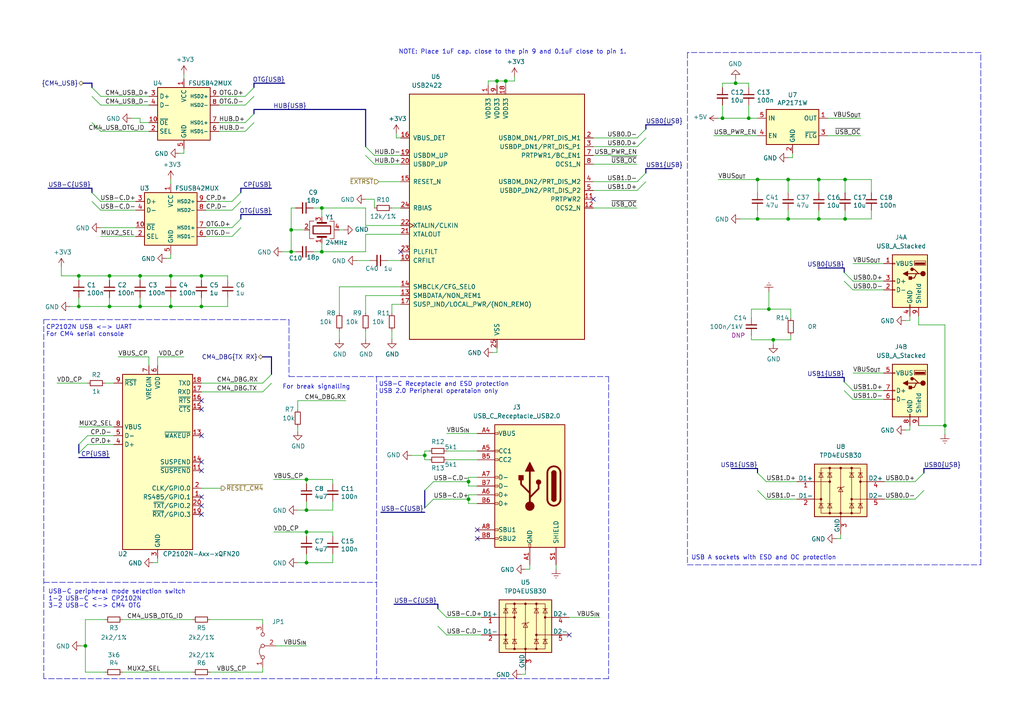
<source format=kicad_sch>
(kicad_sch (version 20210406) (generator eeschema)
  (paper "A4")
  (title_block (title "USB 2.0 host/USB 2.0 device") (date "2021-01-12") (rev "0.1") (company "Nabu Casa") (comment 1 "www.nabucasa.com") (comment 2 "Light Blue"))
  (bus_alias "I2C" (members "SDA" "SCL"))
  (bus_alias "USB" (members "D+" "D-"))
  (bus_alias "CM4_USB" (members "CM4_USB_D+" "CM4_USB_D-" "CM4_USB_OTG_ID"))
  (junction (at 22.86 80.01) (diameter 0.9144))
  (junction (at 22.86 88.9) (diameter 0.9144))
  (junction (at 24.765 187.325) (diameter 0.9144))
  (junction (at 31.75 80.01) (diameter 0.9144))
  (junction (at 31.75 88.9) (diameter 0.9144))
  (junction (at 40.64 80.01) (diameter 0.9144))
  (junction (at 40.64 88.9) (diameter 0.9144))
  (junction (at 49.53 80.01) (diameter 0.9144))
  (junction (at 49.53 88.9) (diameter 0.9144))
  (junction (at 58.42 80.01) (diameter 0.9144))
  (junction (at 58.42 88.9) (diameter 0.9144))
  (junction (at 84.455 66.675) (diameter 0.9144))
  (junction (at 84.455 73.025) (diameter 0.9144))
  (junction (at 88.9 139.065) (diameter 0.9144))
  (junction (at 88.9 147.955) (diameter 0.9144))
  (junction (at 88.9 154.305) (diameter 0.9144))
  (junction (at 88.9 163.195) (diameter 0.9144))
  (junction (at 93.345 60.325) (diameter 0.9144))
  (junction (at 93.345 73.025) (diameter 0.9144))
  (junction (at 123.19 132.08) (diameter 0.9144))
  (junction (at 135.89 139.7) (diameter 0.9144))
  (junction (at 135.89 144.78) (diameter 0.9144))
  (junction (at 144.145 23.495) (diameter 0.9144))
  (junction (at 146.685 23.495) (diameter 0.9144))
  (junction (at 209.55 34.29) (diameter 0.9144))
  (junction (at 213.36 24.13) (diameter 0.9144))
  (junction (at 217.17 34.29) (diameter 0.9144))
  (junction (at 219.71 52.07) (diameter 0.9144))
  (junction (at 219.71 63.5) (diameter 0.9144))
  (junction (at 223.012 89.662) (diameter 0.9144))
  (junction (at 224.282 98.552) (diameter 0.9144))
  (junction (at 228.6 52.07) (diameter 0.9144))
  (junction (at 228.6 63.5) (diameter 0.9144))
  (junction (at 237.49 52.07) (diameter 0.9144))
  (junction (at 237.49 63.5) (diameter 0.9144))
  (junction (at 245.11 52.07) (diameter 0.9144))
  (junction (at 245.11 63.5) (diameter 0.9144))
  (junction (at 274.066 123.444) (diameter 0.9144))
  (no_connect (at 58.42 116.205))
  (no_connect (at 58.42 118.745))
  (no_connect (at 58.42 126.365))
  (no_connect (at 58.42 133.985))
  (no_connect (at 58.42 136.525))
  (no_connect (at 58.42 144.145))
  (no_connect (at 58.42 146.685))
  (no_connect (at 58.42 149.225))
  (no_connect (at 116.205 73.025))
  (no_connect (at 138.43 153.67))
  (no_connect (at 138.43 156.21))
  (no_connect (at 165.1 184.15))
  (no_connect (at 172.085 57.785))
  (bus_entry (at 22.86 128.905) (size 2.54 -2.54) (stroke (width 0.1524)))
  (bus_entry (at 22.86 131.445) (size 2.54 -2.54) (stroke (width 0.1524)))
  (bus_entry (at 26.67 25.4) (size 2.54 2.54) (stroke (width 0.1524)))
  (bus_entry (at 26.67 27.94) (size 2.54 2.54) (stroke (width 0.1524)))
  (bus_entry (at 26.67 35.56) (size 2.54 2.54) (stroke (width 0.1524)))
  (bus_entry (at 26.67 55.88) (size 2.54 2.54) (stroke (width 0.1524)))
  (bus_entry (at 26.67 58.42) (size 2.54 2.54) (stroke (width 0.1524)))
  (bus_entry (at 69.85 55.88) (size -2.54 2.54) (stroke (width 0.1524)))
  (bus_entry (at 69.85 58.42) (size -2.54 2.54) (stroke (width 0.1524)))
  (bus_entry (at 69.85 63.5) (size -2.54 2.54) (stroke (width 0.1524)))
  (bus_entry (at 69.85 66.04) (size -2.54 2.54) (stroke (width 0.1524)))
  (bus_entry (at 73.66 25.4) (size -2.54 2.54) (stroke (width 0.1524)))
  (bus_entry (at 73.66 27.94) (size -2.54 2.54) (stroke (width 0.1524)))
  (bus_entry (at 73.66 33.02) (size -2.54 2.54) (stroke (width 0.1524)))
  (bus_entry (at 73.66 35.56) (size -2.54 2.54) (stroke (width 0.1524)))
  (bus_entry (at 76.2 111.125) (size 2.54 -2.54) (stroke (width 0.1524)))
  (bus_entry (at 76.2 113.665) (size 2.54 -2.54) (stroke (width 0.1524)))
  (bus_entry (at 106.045 42.545) (size 2.54 2.54) (stroke (width 0.1524)))
  (bus_entry (at 106.045 45.085) (size 2.54 2.54) (stroke (width 0.1524)))
  (bus_entry (at 123.19 142.24) (size 2.54 -2.54) (stroke (width 0.1524)))
  (bus_entry (at 123.19 147.32) (size 2.54 -2.54) (stroke (width 0.1524)))
  (bus_entry (at 127 176.53) (size 2.54 2.54) (stroke (width 0.1524)))
  (bus_entry (at 127 181.61) (size 2.54 2.54) (stroke (width 0.1524)))
  (bus_entry (at 184.785 40.005) (size 2.54 -2.54) (stroke (width 0.1524)))
  (bus_entry (at 184.785 42.545) (size 2.54 -2.54) (stroke (width 0.1524)))
  (bus_entry (at 184.785 52.705) (size 2.54 -2.54) (stroke (width 0.1524)))
  (bus_entry (at 184.785 55.245) (size 2.54 -2.54) (stroke (width 0.1524)))
  (bus_entry (at 222.25 139.7) (size -2.54 -2.54) (stroke (width 0.1524)))
  (bus_entry (at 222.25 144.78) (size -2.54 -2.54) (stroke (width 0.1524)))
  (bus_entry (at 247.396 81.534) (size -2.54 -2.54) (stroke (width 0.1524)))
  (bus_entry (at 247.396 84.074) (size -2.54 -2.54) (stroke (width 0.1524)))
  (bus_entry (at 247.396 113.284) (size -2.54 -2.54) (stroke (width 0.1524)))
  (bus_entry (at 247.396 115.824) (size -2.54 -2.54) (stroke (width 0.1524)))
  (bus_entry (at 265.43 139.7) (size 2.54 -2.54) (stroke (width 0.1524)))
  (bus_entry (at 265.43 144.78) (size 2.54 -2.54) (stroke (width 0.1524)))
  (wire (pts (xy 16.51 111.125) (xy 25.4 111.125)))
  (wire (pts (xy 17.78 80.01) (xy 17.78 77.47)))
  (wire (pts (xy 17.78 80.01) (xy 22.86 80.01)))
  (wire (pts (xy 20.32 88.9) (xy 22.86 88.9)))
  (wire (pts (xy 22.86 80.01) (xy 22.86 81.28)))
  (wire (pts (xy 22.86 80.01) (xy 31.75 80.01)))
  (wire (pts (xy 22.86 86.36) (xy 22.86 88.9)))
  (wire (pts (xy 22.86 88.9) (xy 31.75 88.9)))
  (wire (pts (xy 22.86 123.825) (xy 33.02 123.825)))
  (wire (pts (xy 23.495 187.325) (xy 24.765 187.325)))
  (wire (pts (xy 24.765 179.705) (xy 30.48 179.705)))
  (wire (pts (xy 24.765 187.325) (xy 24.765 179.705)))
  (wire (pts (xy 24.765 194.945) (xy 24.765 187.325)))
  (wire (pts (xy 29.21 27.94) (xy 43.18 27.94)))
  (wire (pts (xy 29.21 30.48) (xy 43.18 30.48)))
  (wire (pts (xy 29.21 38.1) (xy 43.18 38.1)))
  (wire (pts (xy 29.21 66.04) (xy 39.37 66.04)))
  (wire (pts (xy 29.21 68.58) (xy 39.37 68.58)))
  (wire (pts (xy 30.48 111.125) (xy 33.02 111.125)))
  (wire (pts (xy 30.48 194.945) (xy 24.765 194.945)))
  (wire (pts (xy 31.75 80.01) (xy 31.75 81.28)))
  (wire (pts (xy 31.75 86.36) (xy 31.75 88.9)))
  (wire (pts (xy 31.75 88.9) (xy 40.64 88.9)))
  (wire (pts (xy 33.02 126.365) (xy 25.4 126.365)))
  (wire (pts (xy 33.02 128.905) (xy 25.4 128.905)))
  (wire (pts (xy 34.29 103.505) (xy 43.18 103.505)))
  (wire (pts (xy 35.56 179.705) (xy 55.88 179.705)))
  (wire (pts (xy 35.56 194.945) (xy 55.88 194.945)))
  (wire (pts (xy 39.37 58.42) (xy 29.21 58.42)))
  (wire (pts (xy 39.37 60.96) (xy 29.21 60.96)))
  (wire (pts (xy 40.64 34.29) (xy 38.1 34.29)))
  (wire (pts (xy 40.64 35.56) (xy 40.64 34.29)))
  (wire (pts (xy 40.64 80.01) (xy 31.75 80.01)))
  (wire (pts (xy 40.64 80.01) (xy 40.64 81.28)))
  (wire (pts (xy 40.64 86.36) (xy 40.64 88.9)))
  (wire (pts (xy 40.64 88.9) (xy 49.53 88.9)))
  (wire (pts (xy 43.18 35.56) (xy 40.64 35.56)))
  (wire (pts (xy 43.18 103.505) (xy 43.18 106.045)))
  (wire (pts (xy 44.45 163.195) (xy 45.72 163.195)))
  (wire (pts (xy 45.72 103.505) (xy 53.34 103.505)))
  (wire (pts (xy 45.72 106.045) (xy 45.72 103.505)))
  (wire (pts (xy 45.72 163.195) (xy 45.72 161.925)))
  (wire (pts (xy 48.26 74.93) (xy 49.53 74.93)))
  (wire (pts (xy 49.53 52.07) (xy 49.53 53.34)))
  (wire (pts (xy 49.53 74.93) (xy 49.53 73.66)))
  (wire (pts (xy 49.53 80.01) (xy 40.64 80.01)))
  (wire (pts (xy 49.53 80.01) (xy 49.53 81.28)))
  (wire (pts (xy 49.53 80.01) (xy 58.42 80.01)))
  (wire (pts (xy 49.53 86.36) (xy 49.53 88.9)))
  (wire (pts (xy 49.53 88.9) (xy 58.42 88.9)))
  (wire (pts (xy 52.07 44.45) (xy 53.34 44.45)))
  (wire (pts (xy 53.34 21.59) (xy 53.34 22.86)))
  (wire (pts (xy 53.34 44.45) (xy 53.34 43.18)))
  (wire (pts (xy 58.42 80.01) (xy 58.42 81.28)))
  (wire (pts (xy 58.42 86.36) (xy 58.42 88.9)))
  (wire (pts (xy 58.42 88.9) (xy 66.04 88.9)))
  (wire (pts (xy 58.42 111.125) (xy 76.2 111.125)))
  (wire (pts (xy 58.42 113.665) (xy 76.2 113.665)))
  (wire (pts (xy 58.42 141.605) (xy 64.135 141.605)))
  (wire (pts (xy 59.69 58.42) (xy 67.31 58.42)))
  (wire (pts (xy 59.69 60.96) (xy 67.31 60.96)))
  (wire (pts (xy 59.69 66.04) (xy 67.31 66.04)))
  (wire (pts (xy 59.69 68.58) (xy 67.31 68.58)))
  (wire (pts (xy 60.96 194.945) (xy 76.2 194.945)))
  (wire (pts (xy 63.5 27.94) (xy 71.12 27.94)))
  (wire (pts (xy 63.5 30.48) (xy 71.12 30.48)))
  (wire (pts (xy 63.5 35.56) (xy 71.12 35.56)))
  (wire (pts (xy 63.5 38.1) (xy 71.12 38.1)))
  (wire (pts (xy 66.04 80.01) (xy 58.42 80.01)))
  (wire (pts (xy 66.04 80.01) (xy 66.04 81.28)))
  (wire (pts (xy 66.04 86.36) (xy 66.04 88.9)))
  (wire (pts (xy 76.2 179.705) (xy 60.96 179.705)))
  (wire (pts (xy 76.2 180.975) (xy 76.2 179.705)))
  (wire (pts (xy 76.2 194.945) (xy 76.2 193.675)))
  (wire (pts (xy 79.375 139.065) (xy 88.9 139.065)))
  (wire (pts (xy 79.375 154.305) (xy 88.9 154.305)))
  (wire (pts (xy 81.915 73.025) (xy 84.455 73.025)))
  (wire (pts (xy 84.455 60.325) (xy 84.455 66.675)))
  (wire (pts (xy 84.455 66.675) (xy 84.455 73.025)))
  (wire (pts (xy 84.455 66.675) (xy 88.265 66.675)))
  (wire (pts (xy 84.455 73.025) (xy 85.725 73.025)))
  (wire (pts (xy 85.725 60.325) (xy 84.455 60.325)))
  (wire (pts (xy 86.36 116.205) (xy 86.36 118.745)))
  (wire (pts (xy 86.36 116.205) (xy 100.33 116.205)))
  (wire (pts (xy 86.36 123.825) (xy 86.36 125.095)))
  (wire (pts (xy 86.36 147.955) (xy 88.9 147.955)))
  (wire (pts (xy 86.36 163.195) (xy 88.9 163.195)))
  (wire (pts (xy 88.9 139.065) (xy 88.9 140.335)))
  (wire (pts (xy 88.9 145.415) (xy 88.9 147.955)))
  (wire (pts (xy 88.9 147.955) (xy 96.52 147.955)))
  (wire (pts (xy 88.9 154.305) (xy 88.9 155.575)))
  (wire (pts (xy 88.9 160.655) (xy 88.9 163.195)))
  (wire (pts (xy 88.9 163.195) (xy 96.52 163.195)))
  (wire (pts (xy 88.9 187.325) (xy 80.01 187.325)))
  (wire (pts (xy 90.805 60.325) (xy 93.345 60.325)))
  (wire (pts (xy 90.805 73.025) (xy 93.345 73.025)))
  (wire (pts (xy 93.345 60.325) (xy 93.345 62.865)))
  (wire (pts (xy 93.345 60.325) (xy 106.045 60.325)))
  (wire (pts (xy 93.345 70.485) (xy 93.345 73.025)))
  (wire (pts (xy 93.345 73.025) (xy 106.045 73.025)))
  (wire (pts (xy 96.52 139.065) (xy 88.9 139.065)))
  (wire (pts (xy 96.52 140.335) (xy 96.52 139.065)))
  (wire (pts (xy 96.52 145.415) (xy 96.52 147.955)))
  (wire (pts (xy 96.52 154.305) (xy 88.9 154.305)))
  (wire (pts (xy 96.52 155.575) (xy 96.52 154.305)))
  (wire (pts (xy 96.52 160.655) (xy 96.52 163.195)))
  (wire (pts (xy 98.425 66.675) (xy 99.695 66.675)))
  (wire (pts (xy 98.425 83.185) (xy 98.425 90.805)))
  (wire (pts (xy 98.425 95.885) (xy 98.425 98.425)))
  (wire (pts (xy 103.505 75.565) (xy 107.315 75.565)))
  (wire (pts (xy 106.045 65.405) (xy 106.045 60.325)))
  (wire (pts (xy 106.045 67.945) (xy 106.045 73.025)))
  (wire (pts (xy 106.045 85.725) (xy 106.045 90.805)))
  (wire (pts (xy 106.045 85.725) (xy 116.205 85.725)))
  (wire (pts (xy 106.045 95.885) (xy 106.045 98.425)))
  (wire (pts (xy 108.585 45.085) (xy 116.205 45.085)))
  (wire (pts (xy 108.585 47.625) (xy 116.205 47.625)))
  (wire (pts (xy 108.585 57.785) (xy 106.045 57.785)))
  (wire (pts (xy 108.585 60.325) (xy 108.585 57.785)))
  (wire (pts (xy 109.855 52.705) (xy 116.205 52.705)))
  (wire (pts (xy 112.395 75.565) (xy 116.205 75.565)))
  (wire (pts (xy 113.665 60.325) (xy 116.205 60.325)))
  (wire (pts (xy 113.665 88.265) (xy 113.665 90.805)))
  (wire (pts (xy 113.665 95.885) (xy 113.665 98.425)))
  (wire (pts (xy 114.935 38.735) (xy 114.935 40.005)))
  (wire (pts (xy 116.205 40.005) (xy 114.935 40.005)))
  (wire (pts (xy 116.205 65.405) (xy 106.045 65.405)))
  (wire (pts (xy 116.205 67.945) (xy 106.045 67.945)))
  (wire (pts (xy 116.205 83.185) (xy 98.425 83.185)))
  (wire (pts (xy 116.205 88.265) (xy 113.665 88.265)))
  (wire (pts (xy 119.38 132.08) (xy 123.19 132.08)))
  (wire (pts (xy 123.19 130.81) (xy 123.19 132.08)))
  (wire (pts (xy 123.19 132.08) (xy 123.19 133.35)))
  (wire (pts (xy 123.19 133.35) (xy 124.46 133.35)))
  (wire (pts (xy 124.46 130.81) (xy 123.19 130.81)))
  (wire (pts (xy 125.73 139.7) (xy 135.89 139.7)))
  (wire (pts (xy 125.73 144.78) (xy 135.89 144.78)))
  (wire (pts (xy 129.54 125.73) (xy 138.43 125.73)))
  (wire (pts (xy 129.54 130.81) (xy 138.43 130.81)))
  (wire (pts (xy 129.54 133.35) (xy 138.43 133.35)))
  (wire (pts (xy 129.54 179.07) (xy 139.7 179.07)))
  (wire (pts (xy 129.54 184.15) (xy 139.7 184.15)))
  (wire (pts (xy 135.89 139.7) (xy 135.89 138.43)))
  (wire (pts (xy 135.89 140.97) (xy 135.89 139.7)))
  (wire (pts (xy 135.89 140.97) (xy 138.43 140.97)))
  (wire (pts (xy 135.89 144.78) (xy 135.89 143.51)))
  (wire (pts (xy 135.89 146.05) (xy 135.89 144.78)))
  (wire (pts (xy 135.89 146.05) (xy 138.43 146.05)))
  (wire (pts (xy 138.43 138.43) (xy 135.89 138.43)))
  (wire (pts (xy 138.43 143.51) (xy 135.89 143.51)))
  (wire (pts (xy 141.605 23.495) (xy 144.145 23.495)))
  (wire (pts (xy 141.605 24.765) (xy 141.605 23.495)))
  (wire (pts (xy 142.875 102.235) (xy 144.145 102.235)))
  (wire (pts (xy 144.145 23.495) (xy 144.145 24.765)))
  (wire (pts (xy 144.145 23.495) (xy 146.685 23.495)))
  (wire (pts (xy 144.145 102.235) (xy 144.145 100.965)))
  (wire (pts (xy 146.685 23.495) (xy 146.685 24.765)))
  (wire (pts (xy 146.685 23.495) (xy 149.225 23.495)))
  (wire (pts (xy 149.225 22.225) (xy 149.225 23.495)))
  (wire (pts (xy 151.13 195.58) (xy 152.4 195.58)))
  (wire (pts (xy 152.4 165.1) (xy 153.67 165.1)))
  (wire (pts (xy 152.4 195.58) (xy 152.4 194.31)))
  (wire (pts (xy 153.67 165.1) (xy 153.67 163.83)))
  (wire (pts (xy 161.29 163.83) (xy 161.29 165.1)))
  (wire (pts (xy 172.085 40.005) (xy 184.785 40.005)))
  (wire (pts (xy 172.085 42.545) (xy 184.785 42.545)))
  (wire (pts (xy 172.085 45.085) (xy 184.785 45.085)))
  (wire (pts (xy 172.085 47.625) (xy 184.785 47.625)))
  (wire (pts (xy 172.085 52.705) (xy 184.785 52.705)))
  (wire (pts (xy 172.085 55.245) (xy 184.785 55.245)))
  (wire (pts (xy 172.085 60.325) (xy 184.785 60.325)))
  (wire (pts (xy 173.99 179.07) (xy 165.1 179.07)))
  (wire (pts (xy 208.28 34.29) (xy 209.55 34.29)))
  (wire (pts (xy 208.28 52.07) (xy 219.71 52.07)))
  (wire (pts (xy 209.55 24.13) (xy 209.55 25.4)))
  (wire (pts (xy 209.55 30.48) (xy 209.55 34.29)))
  (wire (pts (xy 209.55 34.29) (xy 217.17 34.29)))
  (wire (pts (xy 213.36 22.86) (xy 213.36 24.13)))
  (wire (pts (xy 213.36 24.13) (xy 209.55 24.13)))
  (wire (pts (xy 214.63 63.5) (xy 219.71 63.5)))
  (wire (pts (xy 217.17 24.13) (xy 213.36 24.13)))
  (wire (pts (xy 217.17 25.4) (xy 217.17 24.13)))
  (wire (pts (xy 217.17 30.48) (xy 217.17 34.29)))
  (wire (pts (xy 217.17 34.29) (xy 219.71 34.29)))
  (wire (pts (xy 217.932 89.662) (xy 217.932 92.202)))
  (wire (pts (xy 217.932 97.282) (xy 217.932 98.552)))
  (wire (pts (xy 217.932 98.552) (xy 224.282 98.552)))
  (wire (pts (xy 219.71 39.37) (xy 207.01 39.37)))
  (wire (pts (xy 219.71 52.07) (xy 219.71 55.88)))
  (wire (pts (xy 219.71 52.07) (xy 228.6 52.07)))
  (wire (pts (xy 219.71 60.96) (xy 219.71 63.5)))
  (wire (pts (xy 219.71 63.5) (xy 228.6 63.5)))
  (wire (pts (xy 222.25 139.7) (xy 231.14 139.7)))
  (wire (pts (xy 222.25 144.78) (xy 231.14 144.78)))
  (wire (pts (xy 223.012 84.582) (xy 223.012 89.662)))
  (wire (pts (xy 223.012 89.662) (xy 217.932 89.662)))
  (wire (pts (xy 224.282 98.552) (xy 224.282 99.822)))
  (wire (pts (xy 224.282 98.552) (xy 229.362 98.552)))
  (wire (pts (xy 228.6 45.72) (xy 229.87 45.72)))
  (wire (pts (xy 228.6 52.07) (xy 228.6 55.88)))
  (wire (pts (xy 228.6 52.07) (xy 237.49 52.07)))
  (wire (pts (xy 228.6 60.96) (xy 228.6 63.5)))
  (wire (pts (xy 228.6 63.5) (xy 237.49 63.5)))
  (wire (pts (xy 229.362 89.662) (xy 223.012 89.662)))
  (wire (pts (xy 229.362 92.202) (xy 229.362 89.662)))
  (wire (pts (xy 229.362 98.552) (xy 229.362 97.282)))
  (wire (pts (xy 229.87 45.72) (xy 229.87 44.45)))
  (wire (pts (xy 237.49 52.07) (xy 237.49 55.88)))
  (wire (pts (xy 237.49 52.07) (xy 245.11 52.07)))
  (wire (pts (xy 237.49 60.96) (xy 237.49 63.5)))
  (wire (pts (xy 237.49 63.5) (xy 245.11 63.5)))
  (wire (pts (xy 240.03 34.29) (xy 249.682 34.29)))
  (wire (pts (xy 240.03 39.37) (xy 249.682 39.37)))
  (wire (pts (xy 242.57 156.21) (xy 243.84 156.21)))
  (wire (pts (xy 243.84 156.21) (xy 243.84 154.94)))
  (wire (pts (xy 245.11 52.07) (xy 245.11 55.88)))
  (wire (pts (xy 245.11 60.96) (xy 245.11 63.5)))
  (wire (pts (xy 245.11 63.5) (xy 252.73 63.5)))
  (wire (pts (xy 247.396 76.454) (xy 256.286 76.454)))
  (wire (pts (xy 247.396 81.534) (xy 256.286 81.534)))
  (wire (pts (xy 247.396 84.074) (xy 256.286 84.074)))
  (wire (pts (xy 247.396 108.204) (xy 256.286 108.204)))
  (wire (pts (xy 247.396 113.284) (xy 256.286 113.284)))
  (wire (pts (xy 247.396 115.824) (xy 256.286 115.824)))
  (wire (pts (xy 252.73 52.07) (xy 245.11 52.07)))
  (wire (pts (xy 252.73 55.88) (xy 252.73 52.07)))
  (wire (pts (xy 252.73 63.5) (xy 252.73 60.96)))
  (wire (pts (xy 262.636 92.964) (xy 263.906 92.964)))
  (wire (pts (xy 262.636 124.714) (xy 263.906 124.714)))
  (wire (pts (xy 263.906 92.964) (xy 263.906 91.694)))
  (wire (pts (xy 263.906 124.714) (xy 263.906 123.444)))
  (wire (pts (xy 265.43 139.7) (xy 256.54 139.7)))
  (wire (pts (xy 265.43 144.78) (xy 256.54 144.78)))
  (wire (pts (xy 266.446 91.694) (xy 266.446 94.234)))
  (wire (pts (xy 266.446 94.234) (xy 274.066 94.234)))
  (wire (pts (xy 266.446 123.444) (xy 274.066 123.444)))
  (wire (pts (xy 274.066 94.234) (xy 274.066 123.444)))
  (wire (pts (xy 274.066 123.444) (xy 274.066 125.984)))
  (bus (pts (xy 22.86 128.905) (xy 22.86 132.715)))
  (bus (pts (xy 22.86 132.715) (xy 31.75 132.715)))
  (bus (pts (xy 24.13 24.13) (xy 26.67 24.13)))
  (bus (pts (xy 26.67 24.13) (xy 26.67 35.56)))
  (bus (pts (xy 26.67 54.61) (xy 13.97 54.61)))
  (bus (pts (xy 26.67 54.61) (xy 26.67 58.42)))
  (bus (pts (xy 69.85 54.61) (xy 69.85 58.42)))
  (bus (pts (xy 69.85 54.61) (xy 78.74 54.61)))
  (bus (pts (xy 69.85 62.23) (xy 69.85 66.04)))
  (bus (pts (xy 69.85 62.23) (xy 78.74 62.23)))
  (bus (pts (xy 73.66 24.13) (xy 73.66 27.94)))
  (bus (pts (xy 73.66 24.13) (xy 82.55 24.13)))
  (bus (pts (xy 73.66 31.75) (xy 73.66 35.56)))
  (bus (pts (xy 73.66 31.75) (xy 106.045 31.75)))
  (bus (pts (xy 78.74 103.505) (xy 76.2 103.505)))
  (bus (pts (xy 78.74 103.505) (xy 78.74 111.125)))
  (bus (pts (xy 106.045 31.75) (xy 106.045 45.085)))
  (bus (pts (xy 123.19 142.24) (xy 123.19 148.59)))
  (bus (pts (xy 123.19 148.59) (xy 110.49 148.59)))
  (bus (pts (xy 127 175.26) (xy 114.3 175.26)))
  (bus (pts (xy 127 175.26) (xy 127 181.61)))
  (bus (pts (xy 187.325 36.195) (xy 187.325 40.005)))
  (bus (pts (xy 187.325 36.195) (xy 194.945 36.195)))
  (bus (pts (xy 187.325 48.895) (xy 187.325 52.705)))
  (bus (pts (xy 187.325 48.895) (xy 194.945 48.895)))
  (bus (pts (xy 219.71 135.89) (xy 212.09 135.89)))
  (bus (pts (xy 219.71 135.89) (xy 219.71 142.24)))
  (bus (pts (xy 244.856 77.724) (xy 237.236 77.724)))
  (bus (pts (xy 244.856 77.724) (xy 244.856 81.534)))
  (bus (pts (xy 244.856 109.474) (xy 237.236 109.474)))
  (bus (pts (xy 244.856 109.474) (xy 244.856 113.284)))
  (bus (pts (xy 267.97 135.89) (xy 267.97 142.24)))
  (bus (pts (xy 267.97 135.89) (xy 275.59 135.89)))
  (polyline (pts (xy 12.7 92.71) (xy 83.82 92.71)) (stroke (width 0) (type dash)))
  (polyline (pts (xy 12.7 168.91) (xy 109.22 168.91)) (stroke (width 0) (type dash)))
  (polyline (pts (xy 12.7 196.85) (xy 12.7 92.71)) (stroke (width 0) (type dash)))
  (polyline (pts (xy 83.82 92.71) (xy 83.82 109.22)) (stroke (width 0) (type dash)))
  (polyline (pts (xy 83.82 109.22) (xy 109.22 109.22)) (stroke (width 0) (type dash)))
  (polyline (pts (xy 88.9 196.85) (xy 12.7 196.85)) (stroke (width 0) (type dash)))
  (polyline (pts (xy 109.22 109.22) (xy 109.22 196.85)) (stroke (width 0) (type dash)))
  (polyline (pts (xy 109.22 109.22) (xy 176.53 109.22)) (stroke (width 0) (type dash)))
  (polyline (pts (xy 176.53 109.22) (xy 176.53 196.85)) (stroke (width 0) (type dash)))
  (polyline (pts (xy 176.53 196.85) (xy 88.9 196.85)) (stroke (width 0) (type dash)))
  (polyline (pts (xy 199.39 15.24) (xy 199.39 163.83)) (stroke (width 0) (type dash)))
  (polyline (pts (xy 199.39 163.83) (xy 284.48 163.83)) (stroke (width 0) (type dash)))
  (polyline (pts (xy 284.48 15.24) (xy 199.39 15.24)) (stroke (width 0) (type dash)))
  (polyline (pts (xy 284.48 163.83) (xy 284.48 15.24)) (stroke (width 0) (type dash)))
  (text "CP2102N USB <-> UART\nFor CM4 serial console" (at 13.335 97.79 0) (effects (font (size 1.27 1.27)) (justify left bottom)))
  (text "USB-C peripheral mode selection switch\n1-2 USB-C <-> CP2102N\n3-2 USB-C <-> CM4 OTG" (at 13.97 176.53 0) (effects (font (size 1.27 1.27)) (justify left bottom)))
  (text "For break signalling" (at 81.915 113.03 0) (effects (font (size 1.27 1.27)) (justify left bottom)))
  (text "USB-C Receptacle and ESD protection\nUSB 2.0 Peripheral operataion only" (at 109.855 114.3 0) (effects (font (size 1.27 1.27)) (justify left bottom)))
  (text "NOTE: Place 1uF cap. close to the pin 9 and 0.1uF close to pin 1." (at 115.57 15.875 0) (effects (font (size 1.27 1.27)) (justify left bottom)))
  (text "USB A sockets with ESD and OC protection" (at 242.57 162.56 180) (effects (font (size 1.27 1.27)) (justify right bottom)))
  (label "USB-C{USB}" (at 13.97 54.61 0))
  (label "VDD_CP" (at 16.51 111.125 0))
  (label "MUX2_SEL" (at 22.86 123.825 0))
  (label "MUX2_SEL" (at 29.21 68.58 0))
  (label "CM4_USB_D+" (at 30.48 27.94 0))
  (label "CM4_USB_D-" (at 30.48 30.48 0))
  (label "CP{USB}" (at 31.75 132.715 180))
  (label "CP.D-" (at 32.385 126.365 180))
  (label "CP.D+" (at 32.385 128.905 180))
  (label "VBUS_CP" (at 34.29 103.505 0))
  (label "CM4_USB_OTG_ID" (at 36.83 179.705 0))
  (label "MUX2_SEL" (at 36.83 194.945 0))
  (label "USB-C.D+" (at 39.37 58.42 180))
  (label "USB-C.D-" (at 39.37 60.96 180))
  (label "CM4_USB_OTG_ID" (at 41.91 38.1 180))
  (label "VDD_CP" (at 53.34 103.505 180))
  (label "CP.D+" (at 59.69 58.42 0))
  (label "CP.D-" (at 59.69 60.96 0))
  (label "OTG.D+" (at 59.69 66.04 0))
  (label "OTG.D-" (at 59.69 68.58 0))
  (label "CM4_DBG.RX" (at 62.865 111.125 0))
  (label "CM4_DBG.TX" (at 62.865 113.665 0))
  (label "VBUS_CP" (at 62.865 194.945 0))
  (label "OTG.D+" (at 63.5 27.94 0))
  (label "OTG.D-" (at 63.5 30.48 0))
  (label "HUB.D+" (at 63.5 35.56 0))
  (label "HUB.D-" (at 63.5 38.1 0))
  (label "CP{USB}" (at 78.74 54.61 180))
  (label "OTG{USB}" (at 78.74 62.23 180))
  (label "VBUS_CP" (at 79.375 139.065 0))
  (label "VDD_CP" (at 79.375 154.305 0))
  (label "OTG{USB}" (at 82.55 24.13 180))
  (label "HUB{USB}" (at 88.9 31.75 180))
  (label "VBUS_{IN}" (at 88.9 187.325 180))
  (label "CM4_DBG.RX" (at 100.33 116.205 180))
  (label "HUB.D-" (at 108.585 45.085 0))
  (label "HUB.D+" (at 108.585 47.625 0))
  (label "USB-C{USB}" (at 110.49 148.59 0))
  (label "USB-C{USB}" (at 114.3 175.26 0))
  (label "USB-C.D-" (at 125.73 139.7 0))
  (label "USB-C.D+" (at 125.73 144.78 0))
  (label "VBUS_{IN}" (at 129.54 125.73 0))
  (label "USB-C.D+" (at 129.54 179.07 0))
  (label "USB-C.D-" (at 129.54 184.15 0))
  (label "VBUS_{IN}" (at 173.99 179.07 180))
  (label "USB0.D-" (at 184.785 40.005 180))
  (label "USB0.D+" (at 184.785 42.545 180))
  (label "USB_PWR_EN" (at 184.785 45.085 180))
  (label "~USB_OC" (at 184.785 47.625 180))
  (label "USB1.D-" (at 184.785 52.705 180))
  (label "USB1.D+" (at 184.785 55.245 180))
  (label "~USB_OC" (at 184.785 60.325 180))
  (label "USB0{USB}" (at 187.325 36.195 0))
  (label "USB1{USB}" (at 187.325 48.895 0))
  (label "USB_PWR_EN" (at 207.01 39.37 0))
  (label "VBUS_{OUT}" (at 208.28 52.07 0))
  (label "USB1{USB}" (at 219.71 135.89 180))
  (label "USB1.D+" (at 222.25 139.7 0))
  (label "USB1.D-" (at 222.25 144.78 0))
  (label "USB0{USB}" (at 244.856 77.724 180))
  (label "USB1{USB}" (at 244.856 109.474 180))
  (label "VBUS_{OUT}" (at 247.396 76.454 0))
  (label "USB0.D+" (at 247.396 81.534 0))
  (label "USB0.D-" (at 247.396 84.074 0))
  (label "VBUS_{OUT}" (at 247.396 108.204 0))
  (label "USB1.D+" (at 247.396 113.284 0))
  (label "USB1.D-" (at 247.396 115.824 0))
  (label "VBUS_{OUT}" (at 249.682 34.29 180))
  (label "~USB_OC" (at 249.682 39.37 180))
  (label "USB0.D+" (at 265.43 139.7 180))
  (label "USB0.D-" (at 265.43 144.78 180))
  (label "USB0{USB}" (at 267.97 135.89 0))
  (hierarchical_label "{CM4_USB}" (shape bidirectional) (at 24.13 24.13 180))
  (hierarchical_label "~RESET_CM4" (shape output) (at 64.135 141.605 0))
  (hierarchical_label "CM4_DBG{TX RX}" (shape bidirectional) (at 76.2 103.505 180))
  (hierarchical_label "~EXTRST" (shape input) (at 109.855 52.705 180))
  (symbol (lib_id "power:+3V3") (at 17.78 77.47 0) (unit 1)
    (property "Reference" "#PWR0131" (effects hide))
    (property "Value" "+3V3" (at 18.1483 73.1456 0))
  )
  (symbol (lib_id "power:+3V3") (at 49.53 52.07 0) (unit 1)
    (property "Reference" "#PWR0140" (effects hide))
    (property "Value" "+3V3" (at 49.8983 47.7456 0))
  )
  (symbol (lib_id "power:+3V3") (at 53.34 21.59 0) (unit 1)
    (property "Reference" "#PWR0141" (effects hide))
    (property "Value" "+3V3" (at 53.7083 17.2656 0))
  )
  (symbol (lib_id "power:+3V3") (at 114.935 38.735 0) (unit 1)
    (property "Reference" "#PWR0147" (effects hide))
    (property "Value" "+3V3" (at 115.3033 34.4106 0))
  )
  (symbol (lib_id "power:+3V3") (at 149.225 22.225 0) (unit 1)
    (property "Reference" "#PWR0146" (effects hide))
    (property "Value" "+3V3" (at 149.5933 17.9006 0))
  )
  (symbol (lib_id "power:+5V") (at 208.28 34.29 90) (unit 1)
    (property "Reference" "#PWR0116" (effects hide))
    (property "Value" "+5V" (at 205.105 33.9217 90) (effects (justify left)))
  )
  (symbol (lib_id "power:GND") (at 20.32 88.9 270) (unit 1)
    (property "Reference" "#PWR0126" (effects hide))
    (property "Value" "GND" (at 17.145 89.0143 90) (effects (justify right)))
  )
  (symbol (lib_id "power:GND") (at 23.495 187.325 270) (unit 1)
    (property "Reference" "#PWR0137" (effects hide))
    (property "Value" "GND" (at 20.32 187.4393 90) (effects (justify right)))
  )
  (symbol (lib_id "power:GND") (at 29.21 66.04 270) (unit 1)
    (property "Reference" "#PWR0132" (effects hide))
    (property "Value" "GND" (at 26.035 66.1543 90) (effects (justify right)))
  )
  (symbol (lib_id "power:GND") (at 38.1 34.29 270) (unit 1)
    (property "Reference" "#PWR0143" (effects hide))
    (property "Value" "GND" (at 34.925 34.4043 90) (effects (justify right)))
  )
  (symbol (lib_id "power:GND") (at 44.45 163.195 270) (unit 1)
    (property "Reference" "#PWR0135" (effects hide))
    (property "Value" "GND" (at 41.275 163.3093 90) (effects (justify right)))
  )
  (symbol (lib_id "power:GND") (at 48.26 74.93 270) (unit 1)
    (property "Reference" "#PWR0133" (effects hide))
    (property "Value" "GND" (at 45.085 75.0443 90) (effects (justify right)))
  )
  (symbol (lib_id "power:GND") (at 52.07 44.45 270) (unit 1)
    (property "Reference" "#PWR0142" (effects hide))
    (property "Value" "GND" (at 48.895 44.5643 90) (effects (justify right)))
  )
  (symbol (lib_id "power:GND") (at 81.915 73.025 270) (unit 1)
    (property "Reference" "#PWR0128" (effects hide))
    (property "Value" "GND" (at 78.74 73.1393 90) (effects (justify right)))
  )
  (symbol (lib_id "power:GND") (at 86.36 125.095 0) (unit 1)
    (property "Reference" "#PWR0136" (effects hide))
    (property "Value" "GND" (at 86.4743 129.4194 0))
  )
  (symbol (lib_id "power:GND") (at 86.36 147.955 270) (unit 1)
    (property "Reference" "#PWR0191" (effects hide))
    (property "Value" "GND" (at 83.185 148.0693 90) (effects (justify right)))
  )
  (symbol (lib_id "power:GND") (at 86.36 163.195 270) (unit 1)
    (property "Reference" "#PWR0192" (effects hide))
    (property "Value" "GND" (at 83.185 163.3093 90) (effects (justify right)))
  )
  (symbol (lib_id "power:GND") (at 98.425 98.425 0) (unit 1)
    (property "Reference" "#PWR0138" (effects hide))
    (property "Value" "GND" (at 98.5393 102.7494 0))
  )
  (symbol (lib_id "power:GND") (at 99.695 66.675 90) (unit 1)
    (property "Reference" "#PWR0129" (effects hide))
    (property "Value" "GND" (at 102.8701 66.5607 90) (effects (justify right)))
  )
  (symbol (lib_id "power:GND") (at 103.505 75.565 270) (unit 1)
    (property "Reference" "#PWR0193" (effects hide))
    (property "Value" "GND" (at 100.33 75.6793 90) (effects (justify right)))
  )
  (symbol (lib_id "power:GND") (at 106.045 57.785 270) (unit 1)
    (property "Reference" "#PWR0130" (effects hide))
    (property "Value" "GND" (at 102.87 57.8993 90) (effects (justify right)))
  )
  (symbol (lib_id "power:GND") (at 106.045 98.425 0) (unit 1)
    (property "Reference" "#PWR0139" (effects hide))
    (property "Value" "GND" (at 106.1593 102.7494 0))
  )
  (symbol (lib_id "power:GND") (at 113.665 98.425 0) (unit 1)
    (property "Reference" "#PWR0144" (effects hide))
    (property "Value" "GND" (at 113.7793 102.7494 0))
  )
  (symbol (lib_id "power:GND") (at 119.38 132.08 270) (mirror x) (unit 1)
    (property "Reference" "#PWR0134" (effects hide))
    (property "Value" "GND" (at 116.205 131.9657 90) (effects (justify right)))
  )
  (symbol (lib_id "power:GND") (at 142.875 102.235 270) (unit 1)
    (property "Reference" "#PWR0145" (effects hide))
    (property "Value" "GND" (at 139.7 102.3493 90) (effects (justify right)))
  )
  (symbol (lib_id "power:GND") (at 151.13 195.58 270) (unit 1)
    (property "Reference" "#PWR0148" (effects hide))
    (property "Value" "GND" (at 147.955 195.6943 90) (effects (justify right)))
  )
  (symbol (lib_id "power:GND") (at 152.4 165.1 270) (unit 1)
    (property "Reference" "#PWR0149" (effects hide))
    (property "Value" "GND" (at 149.225 165.2143 90) (effects (justify right)))
  )
  (symbol (lib_id "power:Earth") (at 161.29 165.1 0) (unit 1)
    (property "Reference" "#PWR0150" (effects hide))
    (property "Value" "Earth" (effects hide))
  )
  (symbol (lib_id "power:GND") (at 213.36 22.86 180) (unit 1)
    (property "Reference" "#PWR0115" (effects hide))
    (property "Value" "GND" (at 213.2457 18.5356 0))
  )
  (symbol (lib_id "power:GND") (at 214.63 63.5 270) (unit 1)
    (property "Reference" "#PWR0123" (effects hide))
    (property "Value" "GND" (at 211.455 63.6143 90) (effects (justify right)))
  )
  (symbol (lib_id "power:Earth") (at 223.012 84.582 180) (unit 1)
    (property "Reference" "#PWR0122" (effects hide))
    (property "Value" "Earth" (effects hide))
  )
  (symbol (lib_id "power:GND") (at 224.282 99.822 0) (unit 1)
    (property "Reference" "#PWR0120" (effects hide))
    (property "Value" "GND" (at 224.3963 104.1464 0))
  )
  (symbol (lib_id "power:GND") (at 228.6 45.72 270) (unit 1)
    (property "Reference" "#PWR0124" (effects hide))
    (property "Value" "GND" (at 225.425 45.8343 90) (effects (justify right)))
  )
  (symbol (lib_id "power:GND") (at 242.57 156.21 270) (unit 1)
    (property "Reference" "#PWR0121" (effects hide))
    (property "Value" "GND" (at 239.395 156.3243 90) (effects (justify right)))
  )
  (symbol (lib_id "power:GND") (at 262.636 92.964 270) (unit 1)
    (property "Reference" "#PWR0119" (effects hide))
    (property "Value" "GND" (at 259.461 93.0783 90) (effects (justify right)))
  )
  (symbol (lib_id "power:GND") (at 262.636 124.714 270) (unit 1)
    (property "Reference" "#PWR0117" (effects hide))
    (property "Value" "GND" (at 259.461 124.8283 90) (effects (justify right)))
  )
  (symbol (lib_id "power:Earth") (at 274.066 125.984 0) (unit 1)
    (property "Reference" "#PWR0118" (effects hide))
    (property "Value" "Earth" (effects hide))
  )
  (symbol (lib_id "Device:R_Small") (at 27.94 111.125 90) (unit 1)
    (property "Reference" "R2" (at 27.94 108.7182 90))
    (property "Value" "1k" (at 27.94 113.557 90))
    (property "Footprint" "Resistor_SMD:R_0402_1005Metric" (effects hide))
  )
  (symbol (lib_id "Device:R_Small") (at 33.02 179.705 270) (unit 1)
    (property "Reference" "R3" (at 33.02 182.1118 90))
    (property "Value" "2k2/1%" (at 33.02 184.893 90))
    (property "Footprint" "Resistor_SMD:R_0402_1005Metric" (effects hide))
  )
  (symbol (lib_id "Device:R_Small") (at 33.02 194.945 270) (unit 1)
    (property "Reference" "R4" (at 33.02 192.2718 90))
    (property "Value" "3k6" (at 33.02 189.973 90))
    (property "Footprint" "Resistor_SMD:R_0402_1005Metric" (effects hide))
  )
  (symbol (lib_id "Device:R_Small") (at 58.42 179.705 270) (unit 1)
    (property "Reference" "R5" (at 58.42 182.1118 90))
    (property "Value" "2k2/1%" (at 58.42 184.893 90))
    (property "Footprint" "Resistor_SMD:R_0402_1005Metric" (effects hide))
  )
  (symbol (lib_id "Device:R_Small") (at 58.42 194.945 270) (unit 1)
    (property "Reference" "R6" (at 58.42 192.2718 90))
    (property "Value" "2k2/1%" (at 58.42 189.973 90))
    (property "Footprint" "Resistor_SMD:R_0402_1005Metric" (effects hide))
  )
  (symbol (lib_id "Device:R_Small") (at 86.36 121.285 180) (unit 1)
    (property "Reference" "R7" (at 83.9532 118.745 0))
    (property "Value" "10k" (at 83.712 121.285 0))
    (property "Footprint" "Resistor_SMD:R_0402_1005Metric" (effects hide))
  )
  (symbol (lib_id "Device:R_Small") (at 98.425 93.345 180) (unit 1)
    (property "Reference" "R8" (at 96.0182 90.805 0))
    (property "Value" "10k" (at 94.507 93.345 0))
    (property "Footprint" "Resistor_SMD:R_0402_1005Metric" (effects hide))
  )
  (symbol (lib_id "Device:R_Small") (at 106.045 93.345 180) (unit 1)
    (property "Reference" "R9" (at 103.6382 90.805 0))
    (property "Value" "10k" (at 102.127 93.345 0))
    (property "Footprint" "Resistor_SMD:R_0402_1005Metric" (effects hide))
  )
  (symbol (lib_id "Device:R_Small") (at 111.125 60.325 90) (unit 1)
    (property "Reference" "R10" (at 111.125 57.9182 90))
    (property "Value" "12k/1%" (at 111.125 62.757 90))
    (property "Footprint" "Resistor_SMD:R_0402_1005Metric" (effects hide))
  )
  (symbol (lib_id "Device:R_Small") (at 113.665 93.345 180) (unit 1)
    (property "Reference" "R11" (at 111.2582 90.805 0))
    (property "Value" "10k" (at 109.747 93.345 0))
    (property "Footprint" "Resistor_SMD:R_0402_1005Metric" (effects hide))
  )
  (symbol (lib_id "Device:R_Small") (at 127 130.81 90) (mirror x) (unit 1)
    (property "Reference" "R12" (at 127 128.1368 90))
    (property "Value" "5k1" (at 130.81 129.648 90))
    (property "Footprint" "Resistor_SMD:R_0402_1005Metric" (effects hide))
  )
  (symbol (lib_id "Device:R_Small") (at 127 133.35 90) (mirror x) (unit 1)
    (property "Reference" "R13" (at 127 135.7568 90))
    (property "Value" "5k1" (at 130.81 134.728 90))
    (property "Footprint" "Resistor_SMD:R_0402_1005Metric" (effects hide))
  )
  (symbol (lib_id "Device:R_Small") (at 229.362 94.742 180) (unit 1)
    (property "Reference" "R14" (at 226.9552 92.202 0))
    (property "Value" "0R" (at 235.604 94.742 0))
    (property "Footprint" "Resistor_SMD:R_1206_3216Metric" (effects hide))
  )
  (symbol (lib_id "Device:C_Small") (at 22.86 83.82 0) (unit 1)
    (property "Reference" "C1" (at 25.1842 82.6706 0) (effects (justify left)))
    (property "Value" "100n" (at 25.184 84.969 0) (effects (justify left)))
    (property "Footprint" "Capacitor_SMD:C_0402_1005Metric" (effects hide))
  )
  (symbol (lib_id "Device:C_Small") (at 31.75 83.82 0) (unit 1)
    (property "Reference" "C2" (at 34.0742 82.6706 0) (effects (justify left)))
    (property "Value" "100n" (at 34.074 84.969 0) (effects (justify left)))
    (property "Footprint" "Capacitor_SMD:C_0402_1005Metric" (effects hide))
  )
  (symbol (lib_id "Device:C_Small") (at 40.64 83.82 0) (unit 1)
    (property "Reference" "C3" (at 42.9642 82.6706 0) (effects (justify left)))
    (property "Value" "100n" (at 42.964 84.969 0) (effects (justify left)))
    (property "Footprint" "Capacitor_SMD:C_0402_1005Metric" (effects hide))
  )
  (symbol (lib_id "Device:C_Small") (at 49.53 83.82 0) (unit 1)
    (property "Reference" "C4" (at 51.8542 82.6706 0) (effects (justify left)))
    (property "Value" "100n" (at 51.854 84.969 0) (effects (justify left)))
    (property "Footprint" "Capacitor_SMD:C_0402_1005Metric" (effects hide))
  )
  (symbol (lib_id "Device:C_Small") (at 58.42 83.82 0) (unit 1)
    (property "Reference" "C5" (at 60.7442 82.6706 0) (effects (justify left)))
    (property "Value" "1u" (at 60.744 84.969 0) (effects (justify left)))
    (property "Footprint" "Capacitor_SMD:C_0402_1005Metric" (effects hide))
  )
  (symbol (lib_id "Device:C_Small") (at 66.04 83.82 0) (unit 1)
    (property "Reference" "C6" (at 68.3642 82.6706 0) (effects (justify left)))
    (property "Value" "1u" (at 68.364 84.969 0) (effects (justify left)))
    (property "Footprint" "Capacitor_SMD:C_0402_1005Metric" (effects hide))
  )
  (symbol (lib_id "Device:C_Small") (at 88.265 60.325 270) (unit 1)
    (property "Reference" "C9" (at 90.805 55.8227 90))
    (property "Value" "18p" (at 90.805 58.121 90))
    (property "Footprint" "Capacitor_SMD:C_0402_1005Metric" (effects hide))
  )
  (symbol (lib_id "Device:C_Small") (at 88.265 73.025 270) (unit 1)
    (property "Reference" "C10" (at 85.725 74.8727 90))
    (property "Value" "18p" (at 90.805 74.631 90))
    (property "Footprint" "Capacitor_SMD:C_0402_1005Metric" (effects hide))
  )
  (symbol (lib_id "Device:C_Small") (at 88.9 142.875 0) (unit 1)
    (property "Reference" "C8" (at 91.2242 141.7256 0) (effects (justify left)))
    (property "Value" "4u7" (at 91.224 144.024 0) (effects (justify left)))
    (property "Footprint" "Capacitor_SMD:C_0402_1005Metric" (effects hide))
  )
  (symbol (lib_id "Device:C_Small") (at 88.9 158.115 0) (unit 1)
    (property "Reference" "C7" (at 91.2242 156.9656 0) (effects (justify left)))
    (property "Value" "4u7" (at 91.224 159.264 0) (effects (justify left)))
    (property "Footprint" "Capacitor_SMD:C_0402_1005Metric" (effects hide))
  )
  (symbol (lib_id "Device:C_Small") (at 96.52 142.875 0) (unit 1)
    (property "Reference" "C11" (at 98.8442 141.7256 0) (effects (justify left)))
    (property "Value" "100n" (at 98.844 144.024 0) (effects (justify left)))
    (property "Footprint" "Capacitor_SMD:C_0402_1005Metric" (effects hide))
  )
  (symbol (lib_id "Device:C_Small") (at 96.52 158.115 0) (unit 1)
    (property "Reference" "C15" (at 98.8442 156.9656 0) (effects (justify left)))
    (property "Value" "100n" (at 98.844 159.264 0) (effects (justify left)))
    (property "Footprint" "Capacitor_SMD:C_0402_1005Metric" (effects hide))
  )
  (symbol (lib_id "Device:C_Small") (at 109.855 75.565 270) (unit 1)
    (property "Reference" "C40" (at 105.9244 77.8892 90) (effects (justify left)))
    (property "Value" "1u" (at 111.246 77.889 90) (effects (justify left)))
    (property "Footprint" "Capacitor_SMD:C_0402_1005Metric" (effects hide))
  )
  (symbol (lib_id "Device:C_Small") (at 209.55 27.94 0) (unit 1)
    (property "Reference" "C12" (at 211.8742 26.7906 0) (effects (justify left)))
    (property "Value" "10u" (at 211.874 29.089 0) (effects (justify left)))
    (property "Footprint" "Capacitor_SMD:C_0805_2012Metric" (effects hide))
  )
  (symbol (lib_id "Device:C_Small") (at 217.17 27.94 0) (unit 1)
    (property "Reference" "C13" (at 219.4942 26.7906 0) (effects (justify left)))
    (property "Value" "100n" (at 219.494 29.089 0) (effects (justify left)))
    (property "Footprint" "Capacitor_SMD:C_0402_1005Metric" (effects hide))
  )
  (symbol (lib_id "Device:C_Small") (at 217.932 94.742 0) (unit 1)
    (property "Reference" "C14" (at 214.6997 92.202 0))
    (property "Value" "100n/1kV" (at 210.648 94.742 0))
    (property "Footprint" "Capacitor_SMD:C_1206_3216Metric" (effects hide))
    (property "Config" "DNP" (at 214.122 97.282 0))
  )
  (symbol (lib_id "Device:C_Small") (at 219.71 58.42 0) (unit 1)
    (property "Reference" "C41" (at 222.0342 57.2706 0) (effects (justify left)))
    (property "Value" "47u" (at 222.034 59.569 0) (effects (justify left)))
    (property "Footprint" "Capacitor_SMD:C_0805_2012Metric" (effects hide))
  )
  (symbol (lib_id "Device:C_Small") (at 228.6 58.42 0) (unit 1)
    (property "Reference" "C37" (at 230.9242 57.2706 0) (effects (justify left)))
    (property "Value" "47u" (at 230.924 59.569 0) (effects (justify left)))
    (property "Footprint" "Capacitor_SMD:C_0805_2012Metric" (effects hide))
  )
  (symbol (lib_id "Device:C_Small") (at 237.49 58.42 0) (unit 1)
    (property "Reference" "C16" (at 239.8142 57.2706 0) (effects (justify left)))
    (property "Value" "10u" (at 239.814 59.569 0) (effects (justify left)))
    (property "Footprint" "Capacitor_SMD:C_0805_2012Metric" (effects hide))
  )
  (symbol (lib_id "Device:C_Small") (at 245.11 58.42 0) (unit 1)
    (property "Reference" "C17" (at 247.4342 57.2706 0) (effects (justify left)))
    (property "Value" "10u" (at 247.434 59.569 0) (effects (justify left)))
    (property "Footprint" "Capacitor_SMD:C_0805_2012Metric" (effects hide))
  )
  (symbol (lib_id "Device:C_Small") (at 252.73 58.42 0) (unit 1)
    (property "Reference" "C18" (at 255.0542 57.2706 0) (effects (justify left)))
    (property "Value" "100n" (at 255.054 59.569 0) (effects (justify left)))
    (property "Footprint" "Capacitor_SMD:C_0402_1005Metric" (effects hide))
  )
  (symbol (lib_id "Jumper:Jumper_3_Bridged12") (at 76.2 187.325 90) (unit 1)
    (property "Reference" "JP1" (at 82.55 180.3399 90) (effects (justify left)))
    (property "Value" "JP_USB_DEVICE_SEL" (effects hide))
    (property "Footprint" "Connector_PinHeader_2.54mm:PinHeader_1x03_P2.54mm_Vertical" (effects hide))
    (property "Manufacturer" "Adam Tech" (effects hide))
    (property "PartNumber" "PH1-03-UA" (effects hide))
  )
  (symbol (lib_id "Device:Crystal_GND24") (at 93.345 66.675 90) (unit 1)
    (property "Reference" "Y1" (at 94.3611 62.9856 90) (effects (justify right)))
    (property "Value" "24MHz" (at 94.361 70.364 90) (effects (justify right)))
    (property "Footprint" "Crystal:Crystal_SMD_3225-4Pin_3.2x2.5mm" (effects hide))
    (property "Manufacturer" "Epson" (effects hide))
    (property "PartNumber" "FA-238 24.0000MD30X-W5" (effects hide))
  )
  (symbol (lib_name "LightBlue:USB_A_Stacked_1") (lib_id "LightBlue:USB_A_Stacked") (at 263.906 81.534 0) (mirror y) (unit 1)
    (property "Reference" "J4" (at 261.366 68.834 0))
    (property "Value" "USB_A_Stacked" (at 261.366 71.374 0))
    (property "Footprint" "Connector_USB:USB_A_Wuerth_61400826021_Horizontal_Stacked" (effects hide))
    (property "Datasheet" " ~" (effects hide))
    (property "Manufacturer" "Molex" (effects hide))
    (property "PartNumber" "67298-4090" (effects hide))
  )
  (symbol (lib_id "LightBlue:USB_A_Stacked") (at 263.906 113.284 0) (mirror y) (unit 2)
    (property "Reference" "J4" (at 261.366 100.584 0))
    (property "Value" "USB_A_Stacked" (at 261.366 103.124 0))
    (property "Footprint" "Connector_USB:USB_A_Wuerth_61400826021_Horizontal_Stacked" (effects hide))
    (property "Datasheet" " ~" (effects hide))
    (property "Manufacturer" "Molex" (effects hide))
    (property "PartNumber" "67298-4090" (effects hide))
  )
  (symbol (lib_id "Power_Management:AP2171W") (at 229.87 36.83 0) (unit 1)
    (property "Reference" "U7" (at 229.87 27.5398 0))
    (property "Value" "AP2171W" (at 229.87 29.8385 0))
    (property "Footprint" "Package_TO_SOT_SMD:SOT-23-5" (effects hide))
    (property "Datasheet" "https://www.diodes.com/assets/Datasheets/AP2161.pdf" (effects hide))
    (property "Manufacturer" "Diodes Incorporated" (effects hide))
    (property "PartNumber" "AP2171WG-7" (effects hide))
  )
  (symbol (lib_id "Interface_USB:FSUSB42MUX") (at 49.53 63.5 0) (unit 1)
    (property "Reference" "U3" (at 41.91 54.61 0))
    (property "Value" "FSUSB42MUX" (at 57.15 54.61 0))
    (property "Footprint" "Package_SO:MSOP-10_3x3mm_P0.5mm" (effects hide))
    (property "Datasheet" "https://www.onsemi.com/pub/Collateral/FSUSB42-D.PDF" (effects hide))
    (property "Manufacturer" "ON Semiconductor" (effects hide))
    (property "PartNumber" "FSUSB42MUXCT" (effects hide))
  )
  (symbol (lib_id "Interface_USB:FSUSB42MUX") (at 53.34 33.02 0) (unit 1)
    (property "Reference" "U4" (at 45.72 24.13 0))
    (property "Value" "FSUSB42MUX" (at 60.96 24.13 0))
    (property "Footprint" "Package_SO:MSOP-10_3x3mm_P0.5mm" (effects hide))
    (property "Datasheet" "https://www.onsemi.com/pub/Collateral/FSUSB42-D.PDF" (effects hide))
    (property "Manufacturer" "ON Semiconductor" (effects hide))
    (property "PartNumber" "FSUSB42MUXCT" (effects hide))
  )
  (symbol (lib_name "LightBlue:TPD4EUSB30_1") (lib_id "LightBlue:TPD4EUSB30") (at 152.4 181.61 0) (unit 1)
    (property "Reference" "U5" (at 152.4 168.91 0))
    (property "Value" "TPD4EUSB30" (at 152.4 171.45 0))
    (property "Footprint" "Package_SON:USON-10_2.5x1.0mm_P0.5mm" (effects hide))
    (property "Datasheet" "http://www.ti.com/lit/ds/symlink/tpd2eusb30a.pdf" (effects hide))
    (property "Manufacturer" "Texas Instruments" (effects hide))
    (property "PartNumber" "TPD4EUSB30DQAR" (effects hide))
  )
  (symbol (lib_id "LightBlue:TPD4EUSB30") (at 243.84 142.24 0) (unit 1)
    (property "Reference" "U8" (at 243.84 129.54 0))
    (property "Value" "TPD4EUSB30" (at 243.84 132.08 0))
    (property "Footprint" "Package_SON:USON-10_2.5x1.0mm_P0.5mm" (effects hide))
    (property "Datasheet" "http://www.ti.com/lit/ds/symlink/tpd2eusb30a.pdf" (effects hide))
    (property "Manufacturer" "Texas Instruments" (effects hide))
    (property "PartNumber" "TPD4EUSB30DQAR" (effects hide))
  )
  (symbol (lib_id "Connector:USB_C_Receptacle_USB2.0") (at 153.67 140.97 0) (mirror y) (unit 1)
    (property "Reference" "J3" (at 149.86 118.11 0))
    (property "Value" "USB_C_Receptacle_USB2.0" (at 149.86 120.65 0))
    (property "Footprint" "Connector_USB:USB_C_Receptacle_HRO_TYPE-C-31-M-12" (effects hide))
    (property "Datasheet" "https://www.usb.org/sites/default/files/documents/usb_type-c.zip" (effects hide))
    (property "Manufacturer" "HRO" (effects hide))
    (property "PartNumber" "TYPE-C-31-M-12" (effects hide))
  )
  (symbol (lib_id "Interface_USB:CP2102N-Axx-xQFN20") (at 45.72 133.985 0) (unit 1)
    (property "Reference" "U2" (at 35.56 160.655 0))
    (property "Value" "CP2102N-Axx-xQFN20" (at 58.42 160.655 0))
    (property "Footprint" "Package_DFN_QFN:SiliconLabs_QFN-20-1EP_3x3mm_P0.5mm_EP1.8x1.8mm" (effects hide))
    (property "Datasheet" "https://www.silabs.com/documents/public/data-sheets/cp2102n-datasheet.pdf" (effects hide))
    (property "Manufacturer" "Silicon Laboratories" (effects hide))
    (property "PartNumber" "CP2102N-A02-GQFN20" (effects hide))
  )
  (symbol (lib_id "LightBlue:USB2422") (at 144.145 62.865 0) (unit 1)
    (property "Reference" "U6" (at 126.365 22.225 0))
    (property "Value" "USB2422" (at 123.825 24.765 0))
    (property "Footprint" "Package_DFN_QFN:QFN-24-1EP_4x4mm_P0.5mm_EP2.6x2.6mm" (effects hide))
    (property "Datasheet" "http://ww1.microchip.com/downloads/en/DeviceDoc/00001692C.pdf" (effects hide))
    (property "Manufacturer" "Microchip" (effects hide))
    (property "PartNumber" "USB2422/MJ" (effects hide))
  )
)
</source>
